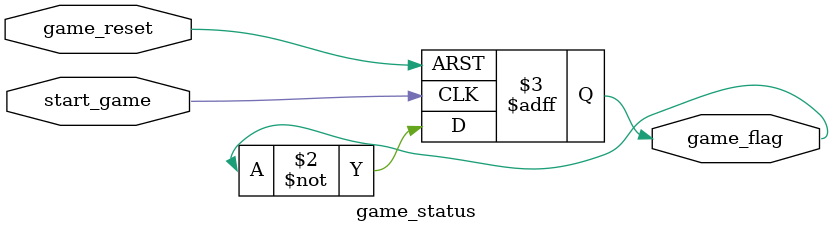
<source format=v>
`timescale 1ns / 1ps


module game_status(
            input start_game,
            input game_reset,
            output reg game_flag
    );

always@(posedge start_game, posedge game_reset)
    begin
        if(game_reset)
            game_flag <= 0;
        else
            game_flag <= ~game_flag;
    end


endmodule

</source>
